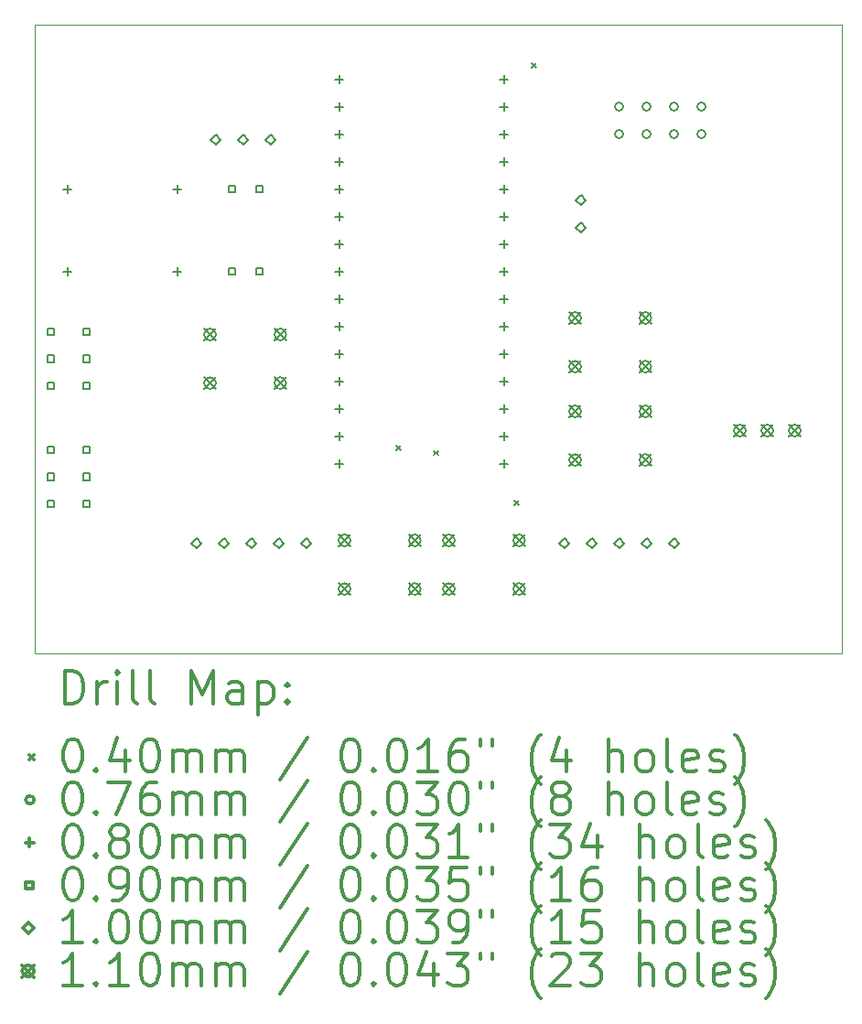
<source format=gbr>
%FSLAX45Y45*%
G04 Gerber Fmt 4.5, Leading zero omitted, Abs format (unit mm)*
G04 Created by KiCad (PCBNEW (5.1.5)-3) date 2021-02-01 00:00:24*
%MOMM*%
%LPD*%
G04 APERTURE LIST*
%TA.AperFunction,Profile*%
%ADD10C,0.050000*%
%TD*%
%ADD11C,0.200000*%
%ADD12C,0.300000*%
G04 APERTURE END LIST*
D10*
X8839200Y-5588000D02*
X8839200Y-11404600D01*
X16306800Y-5588000D02*
X8839200Y-5588000D01*
X16306800Y-11404600D02*
X16306800Y-5588000D01*
X8839200Y-11404600D02*
X16306800Y-11404600D01*
D11*
X12187520Y-9486890D02*
X12227520Y-9526890D01*
X12227520Y-9486890D02*
X12187520Y-9526890D01*
X12536620Y-9533490D02*
X12576620Y-9573490D01*
X12576620Y-9533490D02*
X12536620Y-9573490D01*
X13280920Y-9997420D02*
X13320920Y-10037420D01*
X13320920Y-9997420D02*
X13280920Y-10037420D01*
X13442000Y-5949000D02*
X13482000Y-5989000D01*
X13482000Y-5949000D02*
X13442000Y-5989000D01*
X14287500Y-6350000D02*
G75*
G03X14287500Y-6350000I-38100J0D01*
G01*
X14287500Y-6604000D02*
G75*
G03X14287500Y-6604000I-38100J0D01*
G01*
X14541500Y-6350000D02*
G75*
G03X14541500Y-6350000I-38100J0D01*
G01*
X14541500Y-6604000D02*
G75*
G03X14541500Y-6604000I-38100J0D01*
G01*
X14795500Y-6350000D02*
G75*
G03X14795500Y-6350000I-38100J0D01*
G01*
X14795500Y-6604000D02*
G75*
G03X14795500Y-6604000I-38100J0D01*
G01*
X15049500Y-6350000D02*
G75*
G03X15049500Y-6350000I-38100J0D01*
G01*
X15049500Y-6604000D02*
G75*
G03X15049500Y-6604000I-38100J0D01*
G01*
X9144000Y-7834000D02*
X9144000Y-7914000D01*
X9104000Y-7874000D02*
X9184000Y-7874000D01*
X10160000Y-7834000D02*
X10160000Y-7914000D01*
X10120000Y-7874000D02*
X10200000Y-7874000D01*
X11658600Y-6056000D02*
X11658600Y-6136000D01*
X11618600Y-6096000D02*
X11698600Y-6096000D01*
X11658600Y-6310000D02*
X11658600Y-6390000D01*
X11618600Y-6350000D02*
X11698600Y-6350000D01*
X11658600Y-6564000D02*
X11658600Y-6644000D01*
X11618600Y-6604000D02*
X11698600Y-6604000D01*
X11658600Y-6818000D02*
X11658600Y-6898000D01*
X11618600Y-6858000D02*
X11698600Y-6858000D01*
X11658600Y-7072000D02*
X11658600Y-7152000D01*
X11618600Y-7112000D02*
X11698600Y-7112000D01*
X11658600Y-7326000D02*
X11658600Y-7406000D01*
X11618600Y-7366000D02*
X11698600Y-7366000D01*
X11658600Y-7580000D02*
X11658600Y-7660000D01*
X11618600Y-7620000D02*
X11698600Y-7620000D01*
X11658600Y-7834000D02*
X11658600Y-7914000D01*
X11618600Y-7874000D02*
X11698600Y-7874000D01*
X11658600Y-8088000D02*
X11658600Y-8168000D01*
X11618600Y-8128000D02*
X11698600Y-8128000D01*
X11658600Y-8342000D02*
X11658600Y-8422000D01*
X11618600Y-8382000D02*
X11698600Y-8382000D01*
X11658600Y-8596000D02*
X11658600Y-8676000D01*
X11618600Y-8636000D02*
X11698600Y-8636000D01*
X11658600Y-8850000D02*
X11658600Y-8930000D01*
X11618600Y-8890000D02*
X11698600Y-8890000D01*
X11658600Y-9104000D02*
X11658600Y-9184000D01*
X11618600Y-9144000D02*
X11698600Y-9144000D01*
X11658600Y-9358000D02*
X11658600Y-9438000D01*
X11618600Y-9398000D02*
X11698600Y-9398000D01*
X11658600Y-9612000D02*
X11658600Y-9692000D01*
X11618600Y-9652000D02*
X11698600Y-9652000D01*
X13182600Y-6056000D02*
X13182600Y-6136000D01*
X13142600Y-6096000D02*
X13222600Y-6096000D01*
X13182600Y-6310000D02*
X13182600Y-6390000D01*
X13142600Y-6350000D02*
X13222600Y-6350000D01*
X13182600Y-6564000D02*
X13182600Y-6644000D01*
X13142600Y-6604000D02*
X13222600Y-6604000D01*
X13182600Y-6818000D02*
X13182600Y-6898000D01*
X13142600Y-6858000D02*
X13222600Y-6858000D01*
X13182600Y-7072000D02*
X13182600Y-7152000D01*
X13142600Y-7112000D02*
X13222600Y-7112000D01*
X13182600Y-7326000D02*
X13182600Y-7406000D01*
X13142600Y-7366000D02*
X13222600Y-7366000D01*
X13182600Y-7580000D02*
X13182600Y-7660000D01*
X13142600Y-7620000D02*
X13222600Y-7620000D01*
X13182600Y-7834000D02*
X13182600Y-7914000D01*
X13142600Y-7874000D02*
X13222600Y-7874000D01*
X13182600Y-8088000D02*
X13182600Y-8168000D01*
X13142600Y-8128000D02*
X13222600Y-8128000D01*
X13182600Y-8342000D02*
X13182600Y-8422000D01*
X13142600Y-8382000D02*
X13222600Y-8382000D01*
X13182600Y-8596000D02*
X13182600Y-8676000D01*
X13142600Y-8636000D02*
X13222600Y-8636000D01*
X13182600Y-8850000D02*
X13182600Y-8930000D01*
X13142600Y-8890000D02*
X13222600Y-8890000D01*
X13182600Y-9104000D02*
X13182600Y-9184000D01*
X13142600Y-9144000D02*
X13222600Y-9144000D01*
X13182600Y-9358000D02*
X13182600Y-9438000D01*
X13142600Y-9398000D02*
X13222600Y-9398000D01*
X13182600Y-9612000D02*
X13182600Y-9692000D01*
X13142600Y-9652000D02*
X13222600Y-9652000D01*
X9144000Y-7072000D02*
X9144000Y-7152000D01*
X9104000Y-7112000D02*
X9184000Y-7112000D01*
X10160000Y-7072000D02*
X10160000Y-7152000D01*
X10120000Y-7112000D02*
X10200000Y-7112000D01*
X9023620Y-9556820D02*
X9023620Y-9493180D01*
X8959980Y-9493180D01*
X8959980Y-9556820D01*
X9023620Y-9556820D01*
X9023620Y-9806820D02*
X9023620Y-9743180D01*
X8959980Y-9743180D01*
X8959980Y-9806820D01*
X9023620Y-9806820D01*
X9023620Y-10056820D02*
X9023620Y-9993180D01*
X8959980Y-9993180D01*
X8959980Y-10056820D01*
X9023620Y-10056820D01*
X9353620Y-9556820D02*
X9353620Y-9493180D01*
X9289980Y-9493180D01*
X9289980Y-9556820D01*
X9353620Y-9556820D01*
X9353620Y-9806820D02*
X9353620Y-9743180D01*
X9289980Y-9743180D01*
X9289980Y-9806820D01*
X9353620Y-9806820D01*
X9353620Y-10056820D02*
X9353620Y-9993180D01*
X9289980Y-9993180D01*
X9289980Y-10056820D01*
X9353620Y-10056820D01*
X10699820Y-7143820D02*
X10699820Y-7080180D01*
X10636180Y-7080180D01*
X10636180Y-7143820D01*
X10699820Y-7143820D01*
X10953820Y-7143820D02*
X10953820Y-7080180D01*
X10890180Y-7080180D01*
X10890180Y-7143820D01*
X10953820Y-7143820D01*
X9023620Y-8464620D02*
X9023620Y-8400980D01*
X8959980Y-8400980D01*
X8959980Y-8464620D01*
X9023620Y-8464620D01*
X9023620Y-8714620D02*
X9023620Y-8650980D01*
X8959980Y-8650980D01*
X8959980Y-8714620D01*
X9023620Y-8714620D01*
X9023620Y-8964620D02*
X9023620Y-8900980D01*
X8959980Y-8900980D01*
X8959980Y-8964620D01*
X9023620Y-8964620D01*
X9353620Y-8464620D02*
X9353620Y-8400980D01*
X9289980Y-8400980D01*
X9289980Y-8464620D01*
X9353620Y-8464620D01*
X9353620Y-8714620D02*
X9353620Y-8650980D01*
X9289980Y-8650980D01*
X9289980Y-8714620D01*
X9353620Y-8714620D01*
X9353620Y-8964620D02*
X9353620Y-8900980D01*
X9289980Y-8900980D01*
X9289980Y-8964620D01*
X9353620Y-8964620D01*
X10699820Y-7905820D02*
X10699820Y-7842180D01*
X10636180Y-7842180D01*
X10636180Y-7905820D01*
X10699820Y-7905820D01*
X10953820Y-7905820D02*
X10953820Y-7842180D01*
X10890180Y-7842180D01*
X10890180Y-7905820D01*
X10953820Y-7905820D01*
X10515600Y-6704800D02*
X10565600Y-6654800D01*
X10515600Y-6604800D01*
X10465600Y-6654800D01*
X10515600Y-6704800D01*
X10769600Y-6704800D02*
X10819600Y-6654800D01*
X10769600Y-6604800D01*
X10719600Y-6654800D01*
X10769600Y-6704800D01*
X11023600Y-6704800D02*
X11073600Y-6654800D01*
X11023600Y-6604800D01*
X10973600Y-6654800D01*
X11023600Y-6704800D01*
X13741400Y-10438600D02*
X13791400Y-10388600D01*
X13741400Y-10338600D01*
X13691400Y-10388600D01*
X13741400Y-10438600D01*
X13995400Y-10438600D02*
X14045400Y-10388600D01*
X13995400Y-10338600D01*
X13945400Y-10388600D01*
X13995400Y-10438600D01*
X14249400Y-10438600D02*
X14299400Y-10388600D01*
X14249400Y-10338600D01*
X14199400Y-10388600D01*
X14249400Y-10438600D01*
X14503400Y-10438600D02*
X14553400Y-10388600D01*
X14503400Y-10338600D01*
X14453400Y-10388600D01*
X14503400Y-10438600D01*
X14757400Y-10438600D02*
X14807400Y-10388600D01*
X14757400Y-10338600D01*
X14707400Y-10388600D01*
X14757400Y-10438600D01*
X13893800Y-7263600D02*
X13943800Y-7213600D01*
X13893800Y-7163600D01*
X13843800Y-7213600D01*
X13893800Y-7263600D01*
X13893800Y-7517600D02*
X13943800Y-7467600D01*
X13893800Y-7417600D01*
X13843800Y-7467600D01*
X13893800Y-7517600D01*
X10337800Y-10438600D02*
X10387800Y-10388600D01*
X10337800Y-10338600D01*
X10287800Y-10388600D01*
X10337800Y-10438600D01*
X10591800Y-10438600D02*
X10641800Y-10388600D01*
X10591800Y-10338600D01*
X10541800Y-10388600D01*
X10591800Y-10438600D01*
X10845800Y-10438600D02*
X10895800Y-10388600D01*
X10845800Y-10338600D01*
X10795800Y-10388600D01*
X10845800Y-10438600D01*
X11099800Y-10438600D02*
X11149800Y-10388600D01*
X11099800Y-10338600D01*
X11049800Y-10388600D01*
X11099800Y-10438600D01*
X11353800Y-10438600D02*
X11403800Y-10388600D01*
X11353800Y-10338600D01*
X11303800Y-10388600D01*
X11353800Y-10438600D01*
X12619600Y-10308200D02*
X12729600Y-10418200D01*
X12729600Y-10308200D02*
X12619600Y-10418200D01*
X12729600Y-10363200D02*
G75*
G03X12729600Y-10363200I-55000J0D01*
G01*
X12619600Y-10758200D02*
X12729600Y-10868200D01*
X12729600Y-10758200D02*
X12619600Y-10868200D01*
X12729600Y-10813200D02*
G75*
G03X12729600Y-10813200I-55000J0D01*
G01*
X13269600Y-10308200D02*
X13379600Y-10418200D01*
X13379600Y-10308200D02*
X13269600Y-10418200D01*
X13379600Y-10363200D02*
G75*
G03X13379600Y-10363200I-55000J0D01*
G01*
X13269600Y-10758200D02*
X13379600Y-10868200D01*
X13379600Y-10758200D02*
X13269600Y-10868200D01*
X13379600Y-10813200D02*
G75*
G03X13379600Y-10813200I-55000J0D01*
G01*
X10409800Y-8403200D02*
X10519800Y-8513200D01*
X10519800Y-8403200D02*
X10409800Y-8513200D01*
X10519800Y-8458200D02*
G75*
G03X10519800Y-8458200I-55000J0D01*
G01*
X10409800Y-8853200D02*
X10519800Y-8963200D01*
X10519800Y-8853200D02*
X10409800Y-8963200D01*
X10519800Y-8908200D02*
G75*
G03X10519800Y-8908200I-55000J0D01*
G01*
X11059800Y-8403200D02*
X11169800Y-8513200D01*
X11169800Y-8403200D02*
X11059800Y-8513200D01*
X11169800Y-8458200D02*
G75*
G03X11169800Y-8458200I-55000J0D01*
G01*
X11059800Y-8853200D02*
X11169800Y-8963200D01*
X11169800Y-8853200D02*
X11059800Y-8963200D01*
X11169800Y-8908200D02*
G75*
G03X11169800Y-8908200I-55000J0D01*
G01*
X13788000Y-9114400D02*
X13898000Y-9224400D01*
X13898000Y-9114400D02*
X13788000Y-9224400D01*
X13898000Y-9169400D02*
G75*
G03X13898000Y-9169400I-55000J0D01*
G01*
X13788000Y-9564400D02*
X13898000Y-9674400D01*
X13898000Y-9564400D02*
X13788000Y-9674400D01*
X13898000Y-9619400D02*
G75*
G03X13898000Y-9619400I-55000J0D01*
G01*
X14438000Y-9114400D02*
X14548000Y-9224400D01*
X14548000Y-9114400D02*
X14438000Y-9224400D01*
X14548000Y-9169400D02*
G75*
G03X14548000Y-9169400I-55000J0D01*
G01*
X14438000Y-9564400D02*
X14548000Y-9674400D01*
X14548000Y-9564400D02*
X14438000Y-9674400D01*
X14548000Y-9619400D02*
G75*
G03X14548000Y-9619400I-55000J0D01*
G01*
X13788000Y-8250800D02*
X13898000Y-8360800D01*
X13898000Y-8250800D02*
X13788000Y-8360800D01*
X13898000Y-8305800D02*
G75*
G03X13898000Y-8305800I-55000J0D01*
G01*
X13788000Y-8700800D02*
X13898000Y-8810800D01*
X13898000Y-8700800D02*
X13788000Y-8810800D01*
X13898000Y-8755800D02*
G75*
G03X13898000Y-8755800I-55000J0D01*
G01*
X14438000Y-8250800D02*
X14548000Y-8360800D01*
X14548000Y-8250800D02*
X14438000Y-8360800D01*
X14548000Y-8305800D02*
G75*
G03X14548000Y-8305800I-55000J0D01*
G01*
X14438000Y-8700800D02*
X14548000Y-8810800D01*
X14548000Y-8700800D02*
X14438000Y-8810800D01*
X14548000Y-8755800D02*
G75*
G03X14548000Y-8755800I-55000J0D01*
G01*
X11654400Y-10308200D02*
X11764400Y-10418200D01*
X11764400Y-10308200D02*
X11654400Y-10418200D01*
X11764400Y-10363200D02*
G75*
G03X11764400Y-10363200I-55000J0D01*
G01*
X11654400Y-10758200D02*
X11764400Y-10868200D01*
X11764400Y-10758200D02*
X11654400Y-10868200D01*
X11764400Y-10813200D02*
G75*
G03X11764400Y-10813200I-55000J0D01*
G01*
X12304400Y-10308200D02*
X12414400Y-10418200D01*
X12414400Y-10308200D02*
X12304400Y-10418200D01*
X12414400Y-10363200D02*
G75*
G03X12414400Y-10363200I-55000J0D01*
G01*
X12304400Y-10758200D02*
X12414400Y-10868200D01*
X12414400Y-10758200D02*
X12304400Y-10868200D01*
X12414400Y-10813200D02*
G75*
G03X12414400Y-10813200I-55000J0D01*
G01*
X15312000Y-9292200D02*
X15422000Y-9402200D01*
X15422000Y-9292200D02*
X15312000Y-9402200D01*
X15422000Y-9347200D02*
G75*
G03X15422000Y-9347200I-55000J0D01*
G01*
X15566000Y-9292200D02*
X15676000Y-9402200D01*
X15676000Y-9292200D02*
X15566000Y-9402200D01*
X15676000Y-9347200D02*
G75*
G03X15676000Y-9347200I-55000J0D01*
G01*
X15820000Y-9292200D02*
X15930000Y-9402200D01*
X15930000Y-9292200D02*
X15820000Y-9402200D01*
X15930000Y-9347200D02*
G75*
G03X15930000Y-9347200I-55000J0D01*
G01*
D12*
X9123128Y-11872814D02*
X9123128Y-11572814D01*
X9194557Y-11572814D01*
X9237414Y-11587100D01*
X9265986Y-11615671D01*
X9280271Y-11644243D01*
X9294557Y-11701386D01*
X9294557Y-11744243D01*
X9280271Y-11801386D01*
X9265986Y-11829957D01*
X9237414Y-11858529D01*
X9194557Y-11872814D01*
X9123128Y-11872814D01*
X9423128Y-11872814D02*
X9423128Y-11672814D01*
X9423128Y-11729957D02*
X9437414Y-11701386D01*
X9451700Y-11687100D01*
X9480271Y-11672814D01*
X9508843Y-11672814D01*
X9608843Y-11872814D02*
X9608843Y-11672814D01*
X9608843Y-11572814D02*
X9594557Y-11587100D01*
X9608843Y-11601386D01*
X9623128Y-11587100D01*
X9608843Y-11572814D01*
X9608843Y-11601386D01*
X9794557Y-11872814D02*
X9765986Y-11858529D01*
X9751700Y-11829957D01*
X9751700Y-11572814D01*
X9951700Y-11872814D02*
X9923128Y-11858529D01*
X9908843Y-11829957D01*
X9908843Y-11572814D01*
X10294557Y-11872814D02*
X10294557Y-11572814D01*
X10394557Y-11787100D01*
X10494557Y-11572814D01*
X10494557Y-11872814D01*
X10765986Y-11872814D02*
X10765986Y-11715671D01*
X10751700Y-11687100D01*
X10723128Y-11672814D01*
X10665986Y-11672814D01*
X10637414Y-11687100D01*
X10765986Y-11858529D02*
X10737414Y-11872814D01*
X10665986Y-11872814D01*
X10637414Y-11858529D01*
X10623128Y-11829957D01*
X10623128Y-11801386D01*
X10637414Y-11772814D01*
X10665986Y-11758529D01*
X10737414Y-11758529D01*
X10765986Y-11744243D01*
X10908843Y-11672814D02*
X10908843Y-11972814D01*
X10908843Y-11687100D02*
X10937414Y-11672814D01*
X10994557Y-11672814D01*
X11023128Y-11687100D01*
X11037414Y-11701386D01*
X11051700Y-11729957D01*
X11051700Y-11815671D01*
X11037414Y-11844243D01*
X11023128Y-11858529D01*
X10994557Y-11872814D01*
X10937414Y-11872814D01*
X10908843Y-11858529D01*
X11180271Y-11844243D02*
X11194557Y-11858529D01*
X11180271Y-11872814D01*
X11165986Y-11858529D01*
X11180271Y-11844243D01*
X11180271Y-11872814D01*
X11180271Y-11687100D02*
X11194557Y-11701386D01*
X11180271Y-11715671D01*
X11165986Y-11701386D01*
X11180271Y-11687100D01*
X11180271Y-11715671D01*
X8796700Y-12347100D02*
X8836700Y-12387100D01*
X8836700Y-12347100D02*
X8796700Y-12387100D01*
X9180271Y-12202814D02*
X9208843Y-12202814D01*
X9237414Y-12217100D01*
X9251700Y-12231386D01*
X9265986Y-12259957D01*
X9280271Y-12317100D01*
X9280271Y-12388529D01*
X9265986Y-12445671D01*
X9251700Y-12474243D01*
X9237414Y-12488529D01*
X9208843Y-12502814D01*
X9180271Y-12502814D01*
X9151700Y-12488529D01*
X9137414Y-12474243D01*
X9123128Y-12445671D01*
X9108843Y-12388529D01*
X9108843Y-12317100D01*
X9123128Y-12259957D01*
X9137414Y-12231386D01*
X9151700Y-12217100D01*
X9180271Y-12202814D01*
X9408843Y-12474243D02*
X9423128Y-12488529D01*
X9408843Y-12502814D01*
X9394557Y-12488529D01*
X9408843Y-12474243D01*
X9408843Y-12502814D01*
X9680271Y-12302814D02*
X9680271Y-12502814D01*
X9608843Y-12188529D02*
X9537414Y-12402814D01*
X9723128Y-12402814D01*
X9894557Y-12202814D02*
X9923128Y-12202814D01*
X9951700Y-12217100D01*
X9965986Y-12231386D01*
X9980271Y-12259957D01*
X9994557Y-12317100D01*
X9994557Y-12388529D01*
X9980271Y-12445671D01*
X9965986Y-12474243D01*
X9951700Y-12488529D01*
X9923128Y-12502814D01*
X9894557Y-12502814D01*
X9865986Y-12488529D01*
X9851700Y-12474243D01*
X9837414Y-12445671D01*
X9823128Y-12388529D01*
X9823128Y-12317100D01*
X9837414Y-12259957D01*
X9851700Y-12231386D01*
X9865986Y-12217100D01*
X9894557Y-12202814D01*
X10123128Y-12502814D02*
X10123128Y-12302814D01*
X10123128Y-12331386D02*
X10137414Y-12317100D01*
X10165986Y-12302814D01*
X10208843Y-12302814D01*
X10237414Y-12317100D01*
X10251700Y-12345671D01*
X10251700Y-12502814D01*
X10251700Y-12345671D02*
X10265986Y-12317100D01*
X10294557Y-12302814D01*
X10337414Y-12302814D01*
X10365986Y-12317100D01*
X10380271Y-12345671D01*
X10380271Y-12502814D01*
X10523128Y-12502814D02*
X10523128Y-12302814D01*
X10523128Y-12331386D02*
X10537414Y-12317100D01*
X10565986Y-12302814D01*
X10608843Y-12302814D01*
X10637414Y-12317100D01*
X10651700Y-12345671D01*
X10651700Y-12502814D01*
X10651700Y-12345671D02*
X10665986Y-12317100D01*
X10694557Y-12302814D01*
X10737414Y-12302814D01*
X10765986Y-12317100D01*
X10780271Y-12345671D01*
X10780271Y-12502814D01*
X11365986Y-12188529D02*
X11108843Y-12574243D01*
X11751700Y-12202814D02*
X11780271Y-12202814D01*
X11808843Y-12217100D01*
X11823128Y-12231386D01*
X11837414Y-12259957D01*
X11851700Y-12317100D01*
X11851700Y-12388529D01*
X11837414Y-12445671D01*
X11823128Y-12474243D01*
X11808843Y-12488529D01*
X11780271Y-12502814D01*
X11751700Y-12502814D01*
X11723128Y-12488529D01*
X11708843Y-12474243D01*
X11694557Y-12445671D01*
X11680271Y-12388529D01*
X11680271Y-12317100D01*
X11694557Y-12259957D01*
X11708843Y-12231386D01*
X11723128Y-12217100D01*
X11751700Y-12202814D01*
X11980271Y-12474243D02*
X11994557Y-12488529D01*
X11980271Y-12502814D01*
X11965986Y-12488529D01*
X11980271Y-12474243D01*
X11980271Y-12502814D01*
X12180271Y-12202814D02*
X12208843Y-12202814D01*
X12237414Y-12217100D01*
X12251700Y-12231386D01*
X12265986Y-12259957D01*
X12280271Y-12317100D01*
X12280271Y-12388529D01*
X12265986Y-12445671D01*
X12251700Y-12474243D01*
X12237414Y-12488529D01*
X12208843Y-12502814D01*
X12180271Y-12502814D01*
X12151700Y-12488529D01*
X12137414Y-12474243D01*
X12123128Y-12445671D01*
X12108843Y-12388529D01*
X12108843Y-12317100D01*
X12123128Y-12259957D01*
X12137414Y-12231386D01*
X12151700Y-12217100D01*
X12180271Y-12202814D01*
X12565986Y-12502814D02*
X12394557Y-12502814D01*
X12480271Y-12502814D02*
X12480271Y-12202814D01*
X12451700Y-12245671D01*
X12423128Y-12274243D01*
X12394557Y-12288529D01*
X12823128Y-12202814D02*
X12765986Y-12202814D01*
X12737414Y-12217100D01*
X12723128Y-12231386D01*
X12694557Y-12274243D01*
X12680271Y-12331386D01*
X12680271Y-12445671D01*
X12694557Y-12474243D01*
X12708843Y-12488529D01*
X12737414Y-12502814D01*
X12794557Y-12502814D01*
X12823128Y-12488529D01*
X12837414Y-12474243D01*
X12851700Y-12445671D01*
X12851700Y-12374243D01*
X12837414Y-12345671D01*
X12823128Y-12331386D01*
X12794557Y-12317100D01*
X12737414Y-12317100D01*
X12708843Y-12331386D01*
X12694557Y-12345671D01*
X12680271Y-12374243D01*
X12965986Y-12202814D02*
X12965986Y-12259957D01*
X13080271Y-12202814D02*
X13080271Y-12259957D01*
X13523128Y-12617100D02*
X13508843Y-12602814D01*
X13480271Y-12559957D01*
X13465986Y-12531386D01*
X13451700Y-12488529D01*
X13437414Y-12417100D01*
X13437414Y-12359957D01*
X13451700Y-12288529D01*
X13465986Y-12245671D01*
X13480271Y-12217100D01*
X13508843Y-12174243D01*
X13523128Y-12159957D01*
X13765986Y-12302814D02*
X13765986Y-12502814D01*
X13694557Y-12188529D02*
X13623128Y-12402814D01*
X13808843Y-12402814D01*
X14151700Y-12502814D02*
X14151700Y-12202814D01*
X14280271Y-12502814D02*
X14280271Y-12345671D01*
X14265986Y-12317100D01*
X14237414Y-12302814D01*
X14194557Y-12302814D01*
X14165986Y-12317100D01*
X14151700Y-12331386D01*
X14465986Y-12502814D02*
X14437414Y-12488529D01*
X14423128Y-12474243D01*
X14408843Y-12445671D01*
X14408843Y-12359957D01*
X14423128Y-12331386D01*
X14437414Y-12317100D01*
X14465986Y-12302814D01*
X14508843Y-12302814D01*
X14537414Y-12317100D01*
X14551700Y-12331386D01*
X14565986Y-12359957D01*
X14565986Y-12445671D01*
X14551700Y-12474243D01*
X14537414Y-12488529D01*
X14508843Y-12502814D01*
X14465986Y-12502814D01*
X14737414Y-12502814D02*
X14708843Y-12488529D01*
X14694557Y-12459957D01*
X14694557Y-12202814D01*
X14965986Y-12488529D02*
X14937414Y-12502814D01*
X14880271Y-12502814D01*
X14851700Y-12488529D01*
X14837414Y-12459957D01*
X14837414Y-12345671D01*
X14851700Y-12317100D01*
X14880271Y-12302814D01*
X14937414Y-12302814D01*
X14965986Y-12317100D01*
X14980271Y-12345671D01*
X14980271Y-12374243D01*
X14837414Y-12402814D01*
X15094557Y-12488529D02*
X15123128Y-12502814D01*
X15180271Y-12502814D01*
X15208843Y-12488529D01*
X15223128Y-12459957D01*
X15223128Y-12445671D01*
X15208843Y-12417100D01*
X15180271Y-12402814D01*
X15137414Y-12402814D01*
X15108843Y-12388529D01*
X15094557Y-12359957D01*
X15094557Y-12345671D01*
X15108843Y-12317100D01*
X15137414Y-12302814D01*
X15180271Y-12302814D01*
X15208843Y-12317100D01*
X15323128Y-12617100D02*
X15337414Y-12602814D01*
X15365986Y-12559957D01*
X15380271Y-12531386D01*
X15394557Y-12488529D01*
X15408843Y-12417100D01*
X15408843Y-12359957D01*
X15394557Y-12288529D01*
X15380271Y-12245671D01*
X15365986Y-12217100D01*
X15337414Y-12174243D01*
X15323128Y-12159957D01*
X8836700Y-12763100D02*
G75*
G03X8836700Y-12763100I-38100J0D01*
G01*
X9180271Y-12598814D02*
X9208843Y-12598814D01*
X9237414Y-12613100D01*
X9251700Y-12627386D01*
X9265986Y-12655957D01*
X9280271Y-12713100D01*
X9280271Y-12784529D01*
X9265986Y-12841671D01*
X9251700Y-12870243D01*
X9237414Y-12884529D01*
X9208843Y-12898814D01*
X9180271Y-12898814D01*
X9151700Y-12884529D01*
X9137414Y-12870243D01*
X9123128Y-12841671D01*
X9108843Y-12784529D01*
X9108843Y-12713100D01*
X9123128Y-12655957D01*
X9137414Y-12627386D01*
X9151700Y-12613100D01*
X9180271Y-12598814D01*
X9408843Y-12870243D02*
X9423128Y-12884529D01*
X9408843Y-12898814D01*
X9394557Y-12884529D01*
X9408843Y-12870243D01*
X9408843Y-12898814D01*
X9523128Y-12598814D02*
X9723128Y-12598814D01*
X9594557Y-12898814D01*
X9965986Y-12598814D02*
X9908843Y-12598814D01*
X9880271Y-12613100D01*
X9865986Y-12627386D01*
X9837414Y-12670243D01*
X9823128Y-12727386D01*
X9823128Y-12841671D01*
X9837414Y-12870243D01*
X9851700Y-12884529D01*
X9880271Y-12898814D01*
X9937414Y-12898814D01*
X9965986Y-12884529D01*
X9980271Y-12870243D01*
X9994557Y-12841671D01*
X9994557Y-12770243D01*
X9980271Y-12741671D01*
X9965986Y-12727386D01*
X9937414Y-12713100D01*
X9880271Y-12713100D01*
X9851700Y-12727386D01*
X9837414Y-12741671D01*
X9823128Y-12770243D01*
X10123128Y-12898814D02*
X10123128Y-12698814D01*
X10123128Y-12727386D02*
X10137414Y-12713100D01*
X10165986Y-12698814D01*
X10208843Y-12698814D01*
X10237414Y-12713100D01*
X10251700Y-12741671D01*
X10251700Y-12898814D01*
X10251700Y-12741671D02*
X10265986Y-12713100D01*
X10294557Y-12698814D01*
X10337414Y-12698814D01*
X10365986Y-12713100D01*
X10380271Y-12741671D01*
X10380271Y-12898814D01*
X10523128Y-12898814D02*
X10523128Y-12698814D01*
X10523128Y-12727386D02*
X10537414Y-12713100D01*
X10565986Y-12698814D01*
X10608843Y-12698814D01*
X10637414Y-12713100D01*
X10651700Y-12741671D01*
X10651700Y-12898814D01*
X10651700Y-12741671D02*
X10665986Y-12713100D01*
X10694557Y-12698814D01*
X10737414Y-12698814D01*
X10765986Y-12713100D01*
X10780271Y-12741671D01*
X10780271Y-12898814D01*
X11365986Y-12584529D02*
X11108843Y-12970243D01*
X11751700Y-12598814D02*
X11780271Y-12598814D01*
X11808843Y-12613100D01*
X11823128Y-12627386D01*
X11837414Y-12655957D01*
X11851700Y-12713100D01*
X11851700Y-12784529D01*
X11837414Y-12841671D01*
X11823128Y-12870243D01*
X11808843Y-12884529D01*
X11780271Y-12898814D01*
X11751700Y-12898814D01*
X11723128Y-12884529D01*
X11708843Y-12870243D01*
X11694557Y-12841671D01*
X11680271Y-12784529D01*
X11680271Y-12713100D01*
X11694557Y-12655957D01*
X11708843Y-12627386D01*
X11723128Y-12613100D01*
X11751700Y-12598814D01*
X11980271Y-12870243D02*
X11994557Y-12884529D01*
X11980271Y-12898814D01*
X11965986Y-12884529D01*
X11980271Y-12870243D01*
X11980271Y-12898814D01*
X12180271Y-12598814D02*
X12208843Y-12598814D01*
X12237414Y-12613100D01*
X12251700Y-12627386D01*
X12265986Y-12655957D01*
X12280271Y-12713100D01*
X12280271Y-12784529D01*
X12265986Y-12841671D01*
X12251700Y-12870243D01*
X12237414Y-12884529D01*
X12208843Y-12898814D01*
X12180271Y-12898814D01*
X12151700Y-12884529D01*
X12137414Y-12870243D01*
X12123128Y-12841671D01*
X12108843Y-12784529D01*
X12108843Y-12713100D01*
X12123128Y-12655957D01*
X12137414Y-12627386D01*
X12151700Y-12613100D01*
X12180271Y-12598814D01*
X12380271Y-12598814D02*
X12565986Y-12598814D01*
X12465986Y-12713100D01*
X12508843Y-12713100D01*
X12537414Y-12727386D01*
X12551700Y-12741671D01*
X12565986Y-12770243D01*
X12565986Y-12841671D01*
X12551700Y-12870243D01*
X12537414Y-12884529D01*
X12508843Y-12898814D01*
X12423128Y-12898814D01*
X12394557Y-12884529D01*
X12380271Y-12870243D01*
X12751700Y-12598814D02*
X12780271Y-12598814D01*
X12808843Y-12613100D01*
X12823128Y-12627386D01*
X12837414Y-12655957D01*
X12851700Y-12713100D01*
X12851700Y-12784529D01*
X12837414Y-12841671D01*
X12823128Y-12870243D01*
X12808843Y-12884529D01*
X12780271Y-12898814D01*
X12751700Y-12898814D01*
X12723128Y-12884529D01*
X12708843Y-12870243D01*
X12694557Y-12841671D01*
X12680271Y-12784529D01*
X12680271Y-12713100D01*
X12694557Y-12655957D01*
X12708843Y-12627386D01*
X12723128Y-12613100D01*
X12751700Y-12598814D01*
X12965986Y-12598814D02*
X12965986Y-12655957D01*
X13080271Y-12598814D02*
X13080271Y-12655957D01*
X13523128Y-13013100D02*
X13508843Y-12998814D01*
X13480271Y-12955957D01*
X13465986Y-12927386D01*
X13451700Y-12884529D01*
X13437414Y-12813100D01*
X13437414Y-12755957D01*
X13451700Y-12684529D01*
X13465986Y-12641671D01*
X13480271Y-12613100D01*
X13508843Y-12570243D01*
X13523128Y-12555957D01*
X13680271Y-12727386D02*
X13651700Y-12713100D01*
X13637414Y-12698814D01*
X13623128Y-12670243D01*
X13623128Y-12655957D01*
X13637414Y-12627386D01*
X13651700Y-12613100D01*
X13680271Y-12598814D01*
X13737414Y-12598814D01*
X13765986Y-12613100D01*
X13780271Y-12627386D01*
X13794557Y-12655957D01*
X13794557Y-12670243D01*
X13780271Y-12698814D01*
X13765986Y-12713100D01*
X13737414Y-12727386D01*
X13680271Y-12727386D01*
X13651700Y-12741671D01*
X13637414Y-12755957D01*
X13623128Y-12784529D01*
X13623128Y-12841671D01*
X13637414Y-12870243D01*
X13651700Y-12884529D01*
X13680271Y-12898814D01*
X13737414Y-12898814D01*
X13765986Y-12884529D01*
X13780271Y-12870243D01*
X13794557Y-12841671D01*
X13794557Y-12784529D01*
X13780271Y-12755957D01*
X13765986Y-12741671D01*
X13737414Y-12727386D01*
X14151700Y-12898814D02*
X14151700Y-12598814D01*
X14280271Y-12898814D02*
X14280271Y-12741671D01*
X14265986Y-12713100D01*
X14237414Y-12698814D01*
X14194557Y-12698814D01*
X14165986Y-12713100D01*
X14151700Y-12727386D01*
X14465986Y-12898814D02*
X14437414Y-12884529D01*
X14423128Y-12870243D01*
X14408843Y-12841671D01*
X14408843Y-12755957D01*
X14423128Y-12727386D01*
X14437414Y-12713100D01*
X14465986Y-12698814D01*
X14508843Y-12698814D01*
X14537414Y-12713100D01*
X14551700Y-12727386D01*
X14565986Y-12755957D01*
X14565986Y-12841671D01*
X14551700Y-12870243D01*
X14537414Y-12884529D01*
X14508843Y-12898814D01*
X14465986Y-12898814D01*
X14737414Y-12898814D02*
X14708843Y-12884529D01*
X14694557Y-12855957D01*
X14694557Y-12598814D01*
X14965986Y-12884529D02*
X14937414Y-12898814D01*
X14880271Y-12898814D01*
X14851700Y-12884529D01*
X14837414Y-12855957D01*
X14837414Y-12741671D01*
X14851700Y-12713100D01*
X14880271Y-12698814D01*
X14937414Y-12698814D01*
X14965986Y-12713100D01*
X14980271Y-12741671D01*
X14980271Y-12770243D01*
X14837414Y-12798814D01*
X15094557Y-12884529D02*
X15123128Y-12898814D01*
X15180271Y-12898814D01*
X15208843Y-12884529D01*
X15223128Y-12855957D01*
X15223128Y-12841671D01*
X15208843Y-12813100D01*
X15180271Y-12798814D01*
X15137414Y-12798814D01*
X15108843Y-12784529D01*
X15094557Y-12755957D01*
X15094557Y-12741671D01*
X15108843Y-12713100D01*
X15137414Y-12698814D01*
X15180271Y-12698814D01*
X15208843Y-12713100D01*
X15323128Y-13013100D02*
X15337414Y-12998814D01*
X15365986Y-12955957D01*
X15380271Y-12927386D01*
X15394557Y-12884529D01*
X15408843Y-12813100D01*
X15408843Y-12755957D01*
X15394557Y-12684529D01*
X15380271Y-12641671D01*
X15365986Y-12613100D01*
X15337414Y-12570243D01*
X15323128Y-12555957D01*
X8796700Y-13119100D02*
X8796700Y-13199100D01*
X8756700Y-13159100D02*
X8836700Y-13159100D01*
X9180271Y-12994814D02*
X9208843Y-12994814D01*
X9237414Y-13009100D01*
X9251700Y-13023386D01*
X9265986Y-13051957D01*
X9280271Y-13109100D01*
X9280271Y-13180529D01*
X9265986Y-13237671D01*
X9251700Y-13266243D01*
X9237414Y-13280529D01*
X9208843Y-13294814D01*
X9180271Y-13294814D01*
X9151700Y-13280529D01*
X9137414Y-13266243D01*
X9123128Y-13237671D01*
X9108843Y-13180529D01*
X9108843Y-13109100D01*
X9123128Y-13051957D01*
X9137414Y-13023386D01*
X9151700Y-13009100D01*
X9180271Y-12994814D01*
X9408843Y-13266243D02*
X9423128Y-13280529D01*
X9408843Y-13294814D01*
X9394557Y-13280529D01*
X9408843Y-13266243D01*
X9408843Y-13294814D01*
X9594557Y-13123386D02*
X9565986Y-13109100D01*
X9551700Y-13094814D01*
X9537414Y-13066243D01*
X9537414Y-13051957D01*
X9551700Y-13023386D01*
X9565986Y-13009100D01*
X9594557Y-12994814D01*
X9651700Y-12994814D01*
X9680271Y-13009100D01*
X9694557Y-13023386D01*
X9708843Y-13051957D01*
X9708843Y-13066243D01*
X9694557Y-13094814D01*
X9680271Y-13109100D01*
X9651700Y-13123386D01*
X9594557Y-13123386D01*
X9565986Y-13137671D01*
X9551700Y-13151957D01*
X9537414Y-13180529D01*
X9537414Y-13237671D01*
X9551700Y-13266243D01*
X9565986Y-13280529D01*
X9594557Y-13294814D01*
X9651700Y-13294814D01*
X9680271Y-13280529D01*
X9694557Y-13266243D01*
X9708843Y-13237671D01*
X9708843Y-13180529D01*
X9694557Y-13151957D01*
X9680271Y-13137671D01*
X9651700Y-13123386D01*
X9894557Y-12994814D02*
X9923128Y-12994814D01*
X9951700Y-13009100D01*
X9965986Y-13023386D01*
X9980271Y-13051957D01*
X9994557Y-13109100D01*
X9994557Y-13180529D01*
X9980271Y-13237671D01*
X9965986Y-13266243D01*
X9951700Y-13280529D01*
X9923128Y-13294814D01*
X9894557Y-13294814D01*
X9865986Y-13280529D01*
X9851700Y-13266243D01*
X9837414Y-13237671D01*
X9823128Y-13180529D01*
X9823128Y-13109100D01*
X9837414Y-13051957D01*
X9851700Y-13023386D01*
X9865986Y-13009100D01*
X9894557Y-12994814D01*
X10123128Y-13294814D02*
X10123128Y-13094814D01*
X10123128Y-13123386D02*
X10137414Y-13109100D01*
X10165986Y-13094814D01*
X10208843Y-13094814D01*
X10237414Y-13109100D01*
X10251700Y-13137671D01*
X10251700Y-13294814D01*
X10251700Y-13137671D02*
X10265986Y-13109100D01*
X10294557Y-13094814D01*
X10337414Y-13094814D01*
X10365986Y-13109100D01*
X10380271Y-13137671D01*
X10380271Y-13294814D01*
X10523128Y-13294814D02*
X10523128Y-13094814D01*
X10523128Y-13123386D02*
X10537414Y-13109100D01*
X10565986Y-13094814D01*
X10608843Y-13094814D01*
X10637414Y-13109100D01*
X10651700Y-13137671D01*
X10651700Y-13294814D01*
X10651700Y-13137671D02*
X10665986Y-13109100D01*
X10694557Y-13094814D01*
X10737414Y-13094814D01*
X10765986Y-13109100D01*
X10780271Y-13137671D01*
X10780271Y-13294814D01*
X11365986Y-12980529D02*
X11108843Y-13366243D01*
X11751700Y-12994814D02*
X11780271Y-12994814D01*
X11808843Y-13009100D01*
X11823128Y-13023386D01*
X11837414Y-13051957D01*
X11851700Y-13109100D01*
X11851700Y-13180529D01*
X11837414Y-13237671D01*
X11823128Y-13266243D01*
X11808843Y-13280529D01*
X11780271Y-13294814D01*
X11751700Y-13294814D01*
X11723128Y-13280529D01*
X11708843Y-13266243D01*
X11694557Y-13237671D01*
X11680271Y-13180529D01*
X11680271Y-13109100D01*
X11694557Y-13051957D01*
X11708843Y-13023386D01*
X11723128Y-13009100D01*
X11751700Y-12994814D01*
X11980271Y-13266243D02*
X11994557Y-13280529D01*
X11980271Y-13294814D01*
X11965986Y-13280529D01*
X11980271Y-13266243D01*
X11980271Y-13294814D01*
X12180271Y-12994814D02*
X12208843Y-12994814D01*
X12237414Y-13009100D01*
X12251700Y-13023386D01*
X12265986Y-13051957D01*
X12280271Y-13109100D01*
X12280271Y-13180529D01*
X12265986Y-13237671D01*
X12251700Y-13266243D01*
X12237414Y-13280529D01*
X12208843Y-13294814D01*
X12180271Y-13294814D01*
X12151700Y-13280529D01*
X12137414Y-13266243D01*
X12123128Y-13237671D01*
X12108843Y-13180529D01*
X12108843Y-13109100D01*
X12123128Y-13051957D01*
X12137414Y-13023386D01*
X12151700Y-13009100D01*
X12180271Y-12994814D01*
X12380271Y-12994814D02*
X12565986Y-12994814D01*
X12465986Y-13109100D01*
X12508843Y-13109100D01*
X12537414Y-13123386D01*
X12551700Y-13137671D01*
X12565986Y-13166243D01*
X12565986Y-13237671D01*
X12551700Y-13266243D01*
X12537414Y-13280529D01*
X12508843Y-13294814D01*
X12423128Y-13294814D01*
X12394557Y-13280529D01*
X12380271Y-13266243D01*
X12851700Y-13294814D02*
X12680271Y-13294814D01*
X12765986Y-13294814D02*
X12765986Y-12994814D01*
X12737414Y-13037671D01*
X12708843Y-13066243D01*
X12680271Y-13080529D01*
X12965986Y-12994814D02*
X12965986Y-13051957D01*
X13080271Y-12994814D02*
X13080271Y-13051957D01*
X13523128Y-13409100D02*
X13508843Y-13394814D01*
X13480271Y-13351957D01*
X13465986Y-13323386D01*
X13451700Y-13280529D01*
X13437414Y-13209100D01*
X13437414Y-13151957D01*
X13451700Y-13080529D01*
X13465986Y-13037671D01*
X13480271Y-13009100D01*
X13508843Y-12966243D01*
X13523128Y-12951957D01*
X13608843Y-12994814D02*
X13794557Y-12994814D01*
X13694557Y-13109100D01*
X13737414Y-13109100D01*
X13765986Y-13123386D01*
X13780271Y-13137671D01*
X13794557Y-13166243D01*
X13794557Y-13237671D01*
X13780271Y-13266243D01*
X13765986Y-13280529D01*
X13737414Y-13294814D01*
X13651700Y-13294814D01*
X13623128Y-13280529D01*
X13608843Y-13266243D01*
X14051700Y-13094814D02*
X14051700Y-13294814D01*
X13980271Y-12980529D02*
X13908843Y-13194814D01*
X14094557Y-13194814D01*
X14437414Y-13294814D02*
X14437414Y-12994814D01*
X14565986Y-13294814D02*
X14565986Y-13137671D01*
X14551700Y-13109100D01*
X14523128Y-13094814D01*
X14480271Y-13094814D01*
X14451700Y-13109100D01*
X14437414Y-13123386D01*
X14751700Y-13294814D02*
X14723128Y-13280529D01*
X14708843Y-13266243D01*
X14694557Y-13237671D01*
X14694557Y-13151957D01*
X14708843Y-13123386D01*
X14723128Y-13109100D01*
X14751700Y-13094814D01*
X14794557Y-13094814D01*
X14823128Y-13109100D01*
X14837414Y-13123386D01*
X14851700Y-13151957D01*
X14851700Y-13237671D01*
X14837414Y-13266243D01*
X14823128Y-13280529D01*
X14794557Y-13294814D01*
X14751700Y-13294814D01*
X15023128Y-13294814D02*
X14994557Y-13280529D01*
X14980271Y-13251957D01*
X14980271Y-12994814D01*
X15251700Y-13280529D02*
X15223128Y-13294814D01*
X15165986Y-13294814D01*
X15137414Y-13280529D01*
X15123128Y-13251957D01*
X15123128Y-13137671D01*
X15137414Y-13109100D01*
X15165986Y-13094814D01*
X15223128Y-13094814D01*
X15251700Y-13109100D01*
X15265986Y-13137671D01*
X15265986Y-13166243D01*
X15123128Y-13194814D01*
X15380271Y-13280529D02*
X15408843Y-13294814D01*
X15465986Y-13294814D01*
X15494557Y-13280529D01*
X15508843Y-13251957D01*
X15508843Y-13237671D01*
X15494557Y-13209100D01*
X15465986Y-13194814D01*
X15423128Y-13194814D01*
X15394557Y-13180529D01*
X15380271Y-13151957D01*
X15380271Y-13137671D01*
X15394557Y-13109100D01*
X15423128Y-13094814D01*
X15465986Y-13094814D01*
X15494557Y-13109100D01*
X15608843Y-13409100D02*
X15623128Y-13394814D01*
X15651700Y-13351957D01*
X15665986Y-13323386D01*
X15680271Y-13280529D01*
X15694557Y-13209100D01*
X15694557Y-13151957D01*
X15680271Y-13080529D01*
X15665986Y-13037671D01*
X15651700Y-13009100D01*
X15623128Y-12966243D01*
X15608843Y-12951957D01*
X8823520Y-13586920D02*
X8823520Y-13523280D01*
X8759880Y-13523280D01*
X8759880Y-13586920D01*
X8823520Y-13586920D01*
X9180271Y-13390814D02*
X9208843Y-13390814D01*
X9237414Y-13405100D01*
X9251700Y-13419386D01*
X9265986Y-13447957D01*
X9280271Y-13505100D01*
X9280271Y-13576529D01*
X9265986Y-13633671D01*
X9251700Y-13662243D01*
X9237414Y-13676529D01*
X9208843Y-13690814D01*
X9180271Y-13690814D01*
X9151700Y-13676529D01*
X9137414Y-13662243D01*
X9123128Y-13633671D01*
X9108843Y-13576529D01*
X9108843Y-13505100D01*
X9123128Y-13447957D01*
X9137414Y-13419386D01*
X9151700Y-13405100D01*
X9180271Y-13390814D01*
X9408843Y-13662243D02*
X9423128Y-13676529D01*
X9408843Y-13690814D01*
X9394557Y-13676529D01*
X9408843Y-13662243D01*
X9408843Y-13690814D01*
X9565986Y-13690814D02*
X9623128Y-13690814D01*
X9651700Y-13676529D01*
X9665986Y-13662243D01*
X9694557Y-13619386D01*
X9708843Y-13562243D01*
X9708843Y-13447957D01*
X9694557Y-13419386D01*
X9680271Y-13405100D01*
X9651700Y-13390814D01*
X9594557Y-13390814D01*
X9565986Y-13405100D01*
X9551700Y-13419386D01*
X9537414Y-13447957D01*
X9537414Y-13519386D01*
X9551700Y-13547957D01*
X9565986Y-13562243D01*
X9594557Y-13576529D01*
X9651700Y-13576529D01*
X9680271Y-13562243D01*
X9694557Y-13547957D01*
X9708843Y-13519386D01*
X9894557Y-13390814D02*
X9923128Y-13390814D01*
X9951700Y-13405100D01*
X9965986Y-13419386D01*
X9980271Y-13447957D01*
X9994557Y-13505100D01*
X9994557Y-13576529D01*
X9980271Y-13633671D01*
X9965986Y-13662243D01*
X9951700Y-13676529D01*
X9923128Y-13690814D01*
X9894557Y-13690814D01*
X9865986Y-13676529D01*
X9851700Y-13662243D01*
X9837414Y-13633671D01*
X9823128Y-13576529D01*
X9823128Y-13505100D01*
X9837414Y-13447957D01*
X9851700Y-13419386D01*
X9865986Y-13405100D01*
X9894557Y-13390814D01*
X10123128Y-13690814D02*
X10123128Y-13490814D01*
X10123128Y-13519386D02*
X10137414Y-13505100D01*
X10165986Y-13490814D01*
X10208843Y-13490814D01*
X10237414Y-13505100D01*
X10251700Y-13533671D01*
X10251700Y-13690814D01*
X10251700Y-13533671D02*
X10265986Y-13505100D01*
X10294557Y-13490814D01*
X10337414Y-13490814D01*
X10365986Y-13505100D01*
X10380271Y-13533671D01*
X10380271Y-13690814D01*
X10523128Y-13690814D02*
X10523128Y-13490814D01*
X10523128Y-13519386D02*
X10537414Y-13505100D01*
X10565986Y-13490814D01*
X10608843Y-13490814D01*
X10637414Y-13505100D01*
X10651700Y-13533671D01*
X10651700Y-13690814D01*
X10651700Y-13533671D02*
X10665986Y-13505100D01*
X10694557Y-13490814D01*
X10737414Y-13490814D01*
X10765986Y-13505100D01*
X10780271Y-13533671D01*
X10780271Y-13690814D01*
X11365986Y-13376529D02*
X11108843Y-13762243D01*
X11751700Y-13390814D02*
X11780271Y-13390814D01*
X11808843Y-13405100D01*
X11823128Y-13419386D01*
X11837414Y-13447957D01*
X11851700Y-13505100D01*
X11851700Y-13576529D01*
X11837414Y-13633671D01*
X11823128Y-13662243D01*
X11808843Y-13676529D01*
X11780271Y-13690814D01*
X11751700Y-13690814D01*
X11723128Y-13676529D01*
X11708843Y-13662243D01*
X11694557Y-13633671D01*
X11680271Y-13576529D01*
X11680271Y-13505100D01*
X11694557Y-13447957D01*
X11708843Y-13419386D01*
X11723128Y-13405100D01*
X11751700Y-13390814D01*
X11980271Y-13662243D02*
X11994557Y-13676529D01*
X11980271Y-13690814D01*
X11965986Y-13676529D01*
X11980271Y-13662243D01*
X11980271Y-13690814D01*
X12180271Y-13390814D02*
X12208843Y-13390814D01*
X12237414Y-13405100D01*
X12251700Y-13419386D01*
X12265986Y-13447957D01*
X12280271Y-13505100D01*
X12280271Y-13576529D01*
X12265986Y-13633671D01*
X12251700Y-13662243D01*
X12237414Y-13676529D01*
X12208843Y-13690814D01*
X12180271Y-13690814D01*
X12151700Y-13676529D01*
X12137414Y-13662243D01*
X12123128Y-13633671D01*
X12108843Y-13576529D01*
X12108843Y-13505100D01*
X12123128Y-13447957D01*
X12137414Y-13419386D01*
X12151700Y-13405100D01*
X12180271Y-13390814D01*
X12380271Y-13390814D02*
X12565986Y-13390814D01*
X12465986Y-13505100D01*
X12508843Y-13505100D01*
X12537414Y-13519386D01*
X12551700Y-13533671D01*
X12565986Y-13562243D01*
X12565986Y-13633671D01*
X12551700Y-13662243D01*
X12537414Y-13676529D01*
X12508843Y-13690814D01*
X12423128Y-13690814D01*
X12394557Y-13676529D01*
X12380271Y-13662243D01*
X12837414Y-13390814D02*
X12694557Y-13390814D01*
X12680271Y-13533671D01*
X12694557Y-13519386D01*
X12723128Y-13505100D01*
X12794557Y-13505100D01*
X12823128Y-13519386D01*
X12837414Y-13533671D01*
X12851700Y-13562243D01*
X12851700Y-13633671D01*
X12837414Y-13662243D01*
X12823128Y-13676529D01*
X12794557Y-13690814D01*
X12723128Y-13690814D01*
X12694557Y-13676529D01*
X12680271Y-13662243D01*
X12965986Y-13390814D02*
X12965986Y-13447957D01*
X13080271Y-13390814D02*
X13080271Y-13447957D01*
X13523128Y-13805100D02*
X13508843Y-13790814D01*
X13480271Y-13747957D01*
X13465986Y-13719386D01*
X13451700Y-13676529D01*
X13437414Y-13605100D01*
X13437414Y-13547957D01*
X13451700Y-13476529D01*
X13465986Y-13433671D01*
X13480271Y-13405100D01*
X13508843Y-13362243D01*
X13523128Y-13347957D01*
X13794557Y-13690814D02*
X13623128Y-13690814D01*
X13708843Y-13690814D02*
X13708843Y-13390814D01*
X13680271Y-13433671D01*
X13651700Y-13462243D01*
X13623128Y-13476529D01*
X14051700Y-13390814D02*
X13994557Y-13390814D01*
X13965986Y-13405100D01*
X13951700Y-13419386D01*
X13923128Y-13462243D01*
X13908843Y-13519386D01*
X13908843Y-13633671D01*
X13923128Y-13662243D01*
X13937414Y-13676529D01*
X13965986Y-13690814D01*
X14023128Y-13690814D01*
X14051700Y-13676529D01*
X14065986Y-13662243D01*
X14080271Y-13633671D01*
X14080271Y-13562243D01*
X14065986Y-13533671D01*
X14051700Y-13519386D01*
X14023128Y-13505100D01*
X13965986Y-13505100D01*
X13937414Y-13519386D01*
X13923128Y-13533671D01*
X13908843Y-13562243D01*
X14437414Y-13690814D02*
X14437414Y-13390814D01*
X14565986Y-13690814D02*
X14565986Y-13533671D01*
X14551700Y-13505100D01*
X14523128Y-13490814D01*
X14480271Y-13490814D01*
X14451700Y-13505100D01*
X14437414Y-13519386D01*
X14751700Y-13690814D02*
X14723128Y-13676529D01*
X14708843Y-13662243D01*
X14694557Y-13633671D01*
X14694557Y-13547957D01*
X14708843Y-13519386D01*
X14723128Y-13505100D01*
X14751700Y-13490814D01*
X14794557Y-13490814D01*
X14823128Y-13505100D01*
X14837414Y-13519386D01*
X14851700Y-13547957D01*
X14851700Y-13633671D01*
X14837414Y-13662243D01*
X14823128Y-13676529D01*
X14794557Y-13690814D01*
X14751700Y-13690814D01*
X15023128Y-13690814D02*
X14994557Y-13676529D01*
X14980271Y-13647957D01*
X14980271Y-13390814D01*
X15251700Y-13676529D02*
X15223128Y-13690814D01*
X15165986Y-13690814D01*
X15137414Y-13676529D01*
X15123128Y-13647957D01*
X15123128Y-13533671D01*
X15137414Y-13505100D01*
X15165986Y-13490814D01*
X15223128Y-13490814D01*
X15251700Y-13505100D01*
X15265986Y-13533671D01*
X15265986Y-13562243D01*
X15123128Y-13590814D01*
X15380271Y-13676529D02*
X15408843Y-13690814D01*
X15465986Y-13690814D01*
X15494557Y-13676529D01*
X15508843Y-13647957D01*
X15508843Y-13633671D01*
X15494557Y-13605100D01*
X15465986Y-13590814D01*
X15423128Y-13590814D01*
X15394557Y-13576529D01*
X15380271Y-13547957D01*
X15380271Y-13533671D01*
X15394557Y-13505100D01*
X15423128Y-13490814D01*
X15465986Y-13490814D01*
X15494557Y-13505100D01*
X15608843Y-13805100D02*
X15623128Y-13790814D01*
X15651700Y-13747957D01*
X15665986Y-13719386D01*
X15680271Y-13676529D01*
X15694557Y-13605100D01*
X15694557Y-13547957D01*
X15680271Y-13476529D01*
X15665986Y-13433671D01*
X15651700Y-13405100D01*
X15623128Y-13362243D01*
X15608843Y-13347957D01*
X8786700Y-14001100D02*
X8836700Y-13951100D01*
X8786700Y-13901100D01*
X8736700Y-13951100D01*
X8786700Y-14001100D01*
X9280271Y-14086814D02*
X9108843Y-14086814D01*
X9194557Y-14086814D02*
X9194557Y-13786814D01*
X9165986Y-13829671D01*
X9137414Y-13858243D01*
X9108843Y-13872529D01*
X9408843Y-14058243D02*
X9423128Y-14072529D01*
X9408843Y-14086814D01*
X9394557Y-14072529D01*
X9408843Y-14058243D01*
X9408843Y-14086814D01*
X9608843Y-13786814D02*
X9637414Y-13786814D01*
X9665986Y-13801100D01*
X9680271Y-13815386D01*
X9694557Y-13843957D01*
X9708843Y-13901100D01*
X9708843Y-13972529D01*
X9694557Y-14029671D01*
X9680271Y-14058243D01*
X9665986Y-14072529D01*
X9637414Y-14086814D01*
X9608843Y-14086814D01*
X9580271Y-14072529D01*
X9565986Y-14058243D01*
X9551700Y-14029671D01*
X9537414Y-13972529D01*
X9537414Y-13901100D01*
X9551700Y-13843957D01*
X9565986Y-13815386D01*
X9580271Y-13801100D01*
X9608843Y-13786814D01*
X9894557Y-13786814D02*
X9923128Y-13786814D01*
X9951700Y-13801100D01*
X9965986Y-13815386D01*
X9980271Y-13843957D01*
X9994557Y-13901100D01*
X9994557Y-13972529D01*
X9980271Y-14029671D01*
X9965986Y-14058243D01*
X9951700Y-14072529D01*
X9923128Y-14086814D01*
X9894557Y-14086814D01*
X9865986Y-14072529D01*
X9851700Y-14058243D01*
X9837414Y-14029671D01*
X9823128Y-13972529D01*
X9823128Y-13901100D01*
X9837414Y-13843957D01*
X9851700Y-13815386D01*
X9865986Y-13801100D01*
X9894557Y-13786814D01*
X10123128Y-14086814D02*
X10123128Y-13886814D01*
X10123128Y-13915386D02*
X10137414Y-13901100D01*
X10165986Y-13886814D01*
X10208843Y-13886814D01*
X10237414Y-13901100D01*
X10251700Y-13929671D01*
X10251700Y-14086814D01*
X10251700Y-13929671D02*
X10265986Y-13901100D01*
X10294557Y-13886814D01*
X10337414Y-13886814D01*
X10365986Y-13901100D01*
X10380271Y-13929671D01*
X10380271Y-14086814D01*
X10523128Y-14086814D02*
X10523128Y-13886814D01*
X10523128Y-13915386D02*
X10537414Y-13901100D01*
X10565986Y-13886814D01*
X10608843Y-13886814D01*
X10637414Y-13901100D01*
X10651700Y-13929671D01*
X10651700Y-14086814D01*
X10651700Y-13929671D02*
X10665986Y-13901100D01*
X10694557Y-13886814D01*
X10737414Y-13886814D01*
X10765986Y-13901100D01*
X10780271Y-13929671D01*
X10780271Y-14086814D01*
X11365986Y-13772529D02*
X11108843Y-14158243D01*
X11751700Y-13786814D02*
X11780271Y-13786814D01*
X11808843Y-13801100D01*
X11823128Y-13815386D01*
X11837414Y-13843957D01*
X11851700Y-13901100D01*
X11851700Y-13972529D01*
X11837414Y-14029671D01*
X11823128Y-14058243D01*
X11808843Y-14072529D01*
X11780271Y-14086814D01*
X11751700Y-14086814D01*
X11723128Y-14072529D01*
X11708843Y-14058243D01*
X11694557Y-14029671D01*
X11680271Y-13972529D01*
X11680271Y-13901100D01*
X11694557Y-13843957D01*
X11708843Y-13815386D01*
X11723128Y-13801100D01*
X11751700Y-13786814D01*
X11980271Y-14058243D02*
X11994557Y-14072529D01*
X11980271Y-14086814D01*
X11965986Y-14072529D01*
X11980271Y-14058243D01*
X11980271Y-14086814D01*
X12180271Y-13786814D02*
X12208843Y-13786814D01*
X12237414Y-13801100D01*
X12251700Y-13815386D01*
X12265986Y-13843957D01*
X12280271Y-13901100D01*
X12280271Y-13972529D01*
X12265986Y-14029671D01*
X12251700Y-14058243D01*
X12237414Y-14072529D01*
X12208843Y-14086814D01*
X12180271Y-14086814D01*
X12151700Y-14072529D01*
X12137414Y-14058243D01*
X12123128Y-14029671D01*
X12108843Y-13972529D01*
X12108843Y-13901100D01*
X12123128Y-13843957D01*
X12137414Y-13815386D01*
X12151700Y-13801100D01*
X12180271Y-13786814D01*
X12380271Y-13786814D02*
X12565986Y-13786814D01*
X12465986Y-13901100D01*
X12508843Y-13901100D01*
X12537414Y-13915386D01*
X12551700Y-13929671D01*
X12565986Y-13958243D01*
X12565986Y-14029671D01*
X12551700Y-14058243D01*
X12537414Y-14072529D01*
X12508843Y-14086814D01*
X12423128Y-14086814D01*
X12394557Y-14072529D01*
X12380271Y-14058243D01*
X12708843Y-14086814D02*
X12765986Y-14086814D01*
X12794557Y-14072529D01*
X12808843Y-14058243D01*
X12837414Y-14015386D01*
X12851700Y-13958243D01*
X12851700Y-13843957D01*
X12837414Y-13815386D01*
X12823128Y-13801100D01*
X12794557Y-13786814D01*
X12737414Y-13786814D01*
X12708843Y-13801100D01*
X12694557Y-13815386D01*
X12680271Y-13843957D01*
X12680271Y-13915386D01*
X12694557Y-13943957D01*
X12708843Y-13958243D01*
X12737414Y-13972529D01*
X12794557Y-13972529D01*
X12823128Y-13958243D01*
X12837414Y-13943957D01*
X12851700Y-13915386D01*
X12965986Y-13786814D02*
X12965986Y-13843957D01*
X13080271Y-13786814D02*
X13080271Y-13843957D01*
X13523128Y-14201100D02*
X13508843Y-14186814D01*
X13480271Y-14143957D01*
X13465986Y-14115386D01*
X13451700Y-14072529D01*
X13437414Y-14001100D01*
X13437414Y-13943957D01*
X13451700Y-13872529D01*
X13465986Y-13829671D01*
X13480271Y-13801100D01*
X13508843Y-13758243D01*
X13523128Y-13743957D01*
X13794557Y-14086814D02*
X13623128Y-14086814D01*
X13708843Y-14086814D02*
X13708843Y-13786814D01*
X13680271Y-13829671D01*
X13651700Y-13858243D01*
X13623128Y-13872529D01*
X14065986Y-13786814D02*
X13923128Y-13786814D01*
X13908843Y-13929671D01*
X13923128Y-13915386D01*
X13951700Y-13901100D01*
X14023128Y-13901100D01*
X14051700Y-13915386D01*
X14065986Y-13929671D01*
X14080271Y-13958243D01*
X14080271Y-14029671D01*
X14065986Y-14058243D01*
X14051700Y-14072529D01*
X14023128Y-14086814D01*
X13951700Y-14086814D01*
X13923128Y-14072529D01*
X13908843Y-14058243D01*
X14437414Y-14086814D02*
X14437414Y-13786814D01*
X14565986Y-14086814D02*
X14565986Y-13929671D01*
X14551700Y-13901100D01*
X14523128Y-13886814D01*
X14480271Y-13886814D01*
X14451700Y-13901100D01*
X14437414Y-13915386D01*
X14751700Y-14086814D02*
X14723128Y-14072529D01*
X14708843Y-14058243D01*
X14694557Y-14029671D01*
X14694557Y-13943957D01*
X14708843Y-13915386D01*
X14723128Y-13901100D01*
X14751700Y-13886814D01*
X14794557Y-13886814D01*
X14823128Y-13901100D01*
X14837414Y-13915386D01*
X14851700Y-13943957D01*
X14851700Y-14029671D01*
X14837414Y-14058243D01*
X14823128Y-14072529D01*
X14794557Y-14086814D01*
X14751700Y-14086814D01*
X15023128Y-14086814D02*
X14994557Y-14072529D01*
X14980271Y-14043957D01*
X14980271Y-13786814D01*
X15251700Y-14072529D02*
X15223128Y-14086814D01*
X15165986Y-14086814D01*
X15137414Y-14072529D01*
X15123128Y-14043957D01*
X15123128Y-13929671D01*
X15137414Y-13901100D01*
X15165986Y-13886814D01*
X15223128Y-13886814D01*
X15251700Y-13901100D01*
X15265986Y-13929671D01*
X15265986Y-13958243D01*
X15123128Y-13986814D01*
X15380271Y-14072529D02*
X15408843Y-14086814D01*
X15465986Y-14086814D01*
X15494557Y-14072529D01*
X15508843Y-14043957D01*
X15508843Y-14029671D01*
X15494557Y-14001100D01*
X15465986Y-13986814D01*
X15423128Y-13986814D01*
X15394557Y-13972529D01*
X15380271Y-13943957D01*
X15380271Y-13929671D01*
X15394557Y-13901100D01*
X15423128Y-13886814D01*
X15465986Y-13886814D01*
X15494557Y-13901100D01*
X15608843Y-14201100D02*
X15623128Y-14186814D01*
X15651700Y-14143957D01*
X15665986Y-14115386D01*
X15680271Y-14072529D01*
X15694557Y-14001100D01*
X15694557Y-13943957D01*
X15680271Y-13872529D01*
X15665986Y-13829671D01*
X15651700Y-13801100D01*
X15623128Y-13758243D01*
X15608843Y-13743957D01*
X8726700Y-14292100D02*
X8836700Y-14402100D01*
X8836700Y-14292100D02*
X8726700Y-14402100D01*
X8836700Y-14347100D02*
G75*
G03X8836700Y-14347100I-55000J0D01*
G01*
X9280271Y-14482814D02*
X9108843Y-14482814D01*
X9194557Y-14482814D02*
X9194557Y-14182814D01*
X9165986Y-14225671D01*
X9137414Y-14254243D01*
X9108843Y-14268529D01*
X9408843Y-14454243D02*
X9423128Y-14468529D01*
X9408843Y-14482814D01*
X9394557Y-14468529D01*
X9408843Y-14454243D01*
X9408843Y-14482814D01*
X9708843Y-14482814D02*
X9537414Y-14482814D01*
X9623128Y-14482814D02*
X9623128Y-14182814D01*
X9594557Y-14225671D01*
X9565986Y-14254243D01*
X9537414Y-14268529D01*
X9894557Y-14182814D02*
X9923128Y-14182814D01*
X9951700Y-14197100D01*
X9965986Y-14211386D01*
X9980271Y-14239957D01*
X9994557Y-14297100D01*
X9994557Y-14368529D01*
X9980271Y-14425671D01*
X9965986Y-14454243D01*
X9951700Y-14468529D01*
X9923128Y-14482814D01*
X9894557Y-14482814D01*
X9865986Y-14468529D01*
X9851700Y-14454243D01*
X9837414Y-14425671D01*
X9823128Y-14368529D01*
X9823128Y-14297100D01*
X9837414Y-14239957D01*
X9851700Y-14211386D01*
X9865986Y-14197100D01*
X9894557Y-14182814D01*
X10123128Y-14482814D02*
X10123128Y-14282814D01*
X10123128Y-14311386D02*
X10137414Y-14297100D01*
X10165986Y-14282814D01*
X10208843Y-14282814D01*
X10237414Y-14297100D01*
X10251700Y-14325671D01*
X10251700Y-14482814D01*
X10251700Y-14325671D02*
X10265986Y-14297100D01*
X10294557Y-14282814D01*
X10337414Y-14282814D01*
X10365986Y-14297100D01*
X10380271Y-14325671D01*
X10380271Y-14482814D01*
X10523128Y-14482814D02*
X10523128Y-14282814D01*
X10523128Y-14311386D02*
X10537414Y-14297100D01*
X10565986Y-14282814D01*
X10608843Y-14282814D01*
X10637414Y-14297100D01*
X10651700Y-14325671D01*
X10651700Y-14482814D01*
X10651700Y-14325671D02*
X10665986Y-14297100D01*
X10694557Y-14282814D01*
X10737414Y-14282814D01*
X10765986Y-14297100D01*
X10780271Y-14325671D01*
X10780271Y-14482814D01*
X11365986Y-14168529D02*
X11108843Y-14554243D01*
X11751700Y-14182814D02*
X11780271Y-14182814D01*
X11808843Y-14197100D01*
X11823128Y-14211386D01*
X11837414Y-14239957D01*
X11851700Y-14297100D01*
X11851700Y-14368529D01*
X11837414Y-14425671D01*
X11823128Y-14454243D01*
X11808843Y-14468529D01*
X11780271Y-14482814D01*
X11751700Y-14482814D01*
X11723128Y-14468529D01*
X11708843Y-14454243D01*
X11694557Y-14425671D01*
X11680271Y-14368529D01*
X11680271Y-14297100D01*
X11694557Y-14239957D01*
X11708843Y-14211386D01*
X11723128Y-14197100D01*
X11751700Y-14182814D01*
X11980271Y-14454243D02*
X11994557Y-14468529D01*
X11980271Y-14482814D01*
X11965986Y-14468529D01*
X11980271Y-14454243D01*
X11980271Y-14482814D01*
X12180271Y-14182814D02*
X12208843Y-14182814D01*
X12237414Y-14197100D01*
X12251700Y-14211386D01*
X12265986Y-14239957D01*
X12280271Y-14297100D01*
X12280271Y-14368529D01*
X12265986Y-14425671D01*
X12251700Y-14454243D01*
X12237414Y-14468529D01*
X12208843Y-14482814D01*
X12180271Y-14482814D01*
X12151700Y-14468529D01*
X12137414Y-14454243D01*
X12123128Y-14425671D01*
X12108843Y-14368529D01*
X12108843Y-14297100D01*
X12123128Y-14239957D01*
X12137414Y-14211386D01*
X12151700Y-14197100D01*
X12180271Y-14182814D01*
X12537414Y-14282814D02*
X12537414Y-14482814D01*
X12465986Y-14168529D02*
X12394557Y-14382814D01*
X12580271Y-14382814D01*
X12665986Y-14182814D02*
X12851700Y-14182814D01*
X12751700Y-14297100D01*
X12794557Y-14297100D01*
X12823128Y-14311386D01*
X12837414Y-14325671D01*
X12851700Y-14354243D01*
X12851700Y-14425671D01*
X12837414Y-14454243D01*
X12823128Y-14468529D01*
X12794557Y-14482814D01*
X12708843Y-14482814D01*
X12680271Y-14468529D01*
X12665986Y-14454243D01*
X12965986Y-14182814D02*
X12965986Y-14239957D01*
X13080271Y-14182814D02*
X13080271Y-14239957D01*
X13523128Y-14597100D02*
X13508843Y-14582814D01*
X13480271Y-14539957D01*
X13465986Y-14511386D01*
X13451700Y-14468529D01*
X13437414Y-14397100D01*
X13437414Y-14339957D01*
X13451700Y-14268529D01*
X13465986Y-14225671D01*
X13480271Y-14197100D01*
X13508843Y-14154243D01*
X13523128Y-14139957D01*
X13623128Y-14211386D02*
X13637414Y-14197100D01*
X13665986Y-14182814D01*
X13737414Y-14182814D01*
X13765986Y-14197100D01*
X13780271Y-14211386D01*
X13794557Y-14239957D01*
X13794557Y-14268529D01*
X13780271Y-14311386D01*
X13608843Y-14482814D01*
X13794557Y-14482814D01*
X13894557Y-14182814D02*
X14080271Y-14182814D01*
X13980271Y-14297100D01*
X14023128Y-14297100D01*
X14051700Y-14311386D01*
X14065986Y-14325671D01*
X14080271Y-14354243D01*
X14080271Y-14425671D01*
X14065986Y-14454243D01*
X14051700Y-14468529D01*
X14023128Y-14482814D01*
X13937414Y-14482814D01*
X13908843Y-14468529D01*
X13894557Y-14454243D01*
X14437414Y-14482814D02*
X14437414Y-14182814D01*
X14565986Y-14482814D02*
X14565986Y-14325671D01*
X14551700Y-14297100D01*
X14523128Y-14282814D01*
X14480271Y-14282814D01*
X14451700Y-14297100D01*
X14437414Y-14311386D01*
X14751700Y-14482814D02*
X14723128Y-14468529D01*
X14708843Y-14454243D01*
X14694557Y-14425671D01*
X14694557Y-14339957D01*
X14708843Y-14311386D01*
X14723128Y-14297100D01*
X14751700Y-14282814D01*
X14794557Y-14282814D01*
X14823128Y-14297100D01*
X14837414Y-14311386D01*
X14851700Y-14339957D01*
X14851700Y-14425671D01*
X14837414Y-14454243D01*
X14823128Y-14468529D01*
X14794557Y-14482814D01*
X14751700Y-14482814D01*
X15023128Y-14482814D02*
X14994557Y-14468529D01*
X14980271Y-14439957D01*
X14980271Y-14182814D01*
X15251700Y-14468529D02*
X15223128Y-14482814D01*
X15165986Y-14482814D01*
X15137414Y-14468529D01*
X15123128Y-14439957D01*
X15123128Y-14325671D01*
X15137414Y-14297100D01*
X15165986Y-14282814D01*
X15223128Y-14282814D01*
X15251700Y-14297100D01*
X15265986Y-14325671D01*
X15265986Y-14354243D01*
X15123128Y-14382814D01*
X15380271Y-14468529D02*
X15408843Y-14482814D01*
X15465986Y-14482814D01*
X15494557Y-14468529D01*
X15508843Y-14439957D01*
X15508843Y-14425671D01*
X15494557Y-14397100D01*
X15465986Y-14382814D01*
X15423128Y-14382814D01*
X15394557Y-14368529D01*
X15380271Y-14339957D01*
X15380271Y-14325671D01*
X15394557Y-14297100D01*
X15423128Y-14282814D01*
X15465986Y-14282814D01*
X15494557Y-14297100D01*
X15608843Y-14597100D02*
X15623128Y-14582814D01*
X15651700Y-14539957D01*
X15665986Y-14511386D01*
X15680271Y-14468529D01*
X15694557Y-14397100D01*
X15694557Y-14339957D01*
X15680271Y-14268529D01*
X15665986Y-14225671D01*
X15651700Y-14197100D01*
X15623128Y-14154243D01*
X15608843Y-14139957D01*
M02*

</source>
